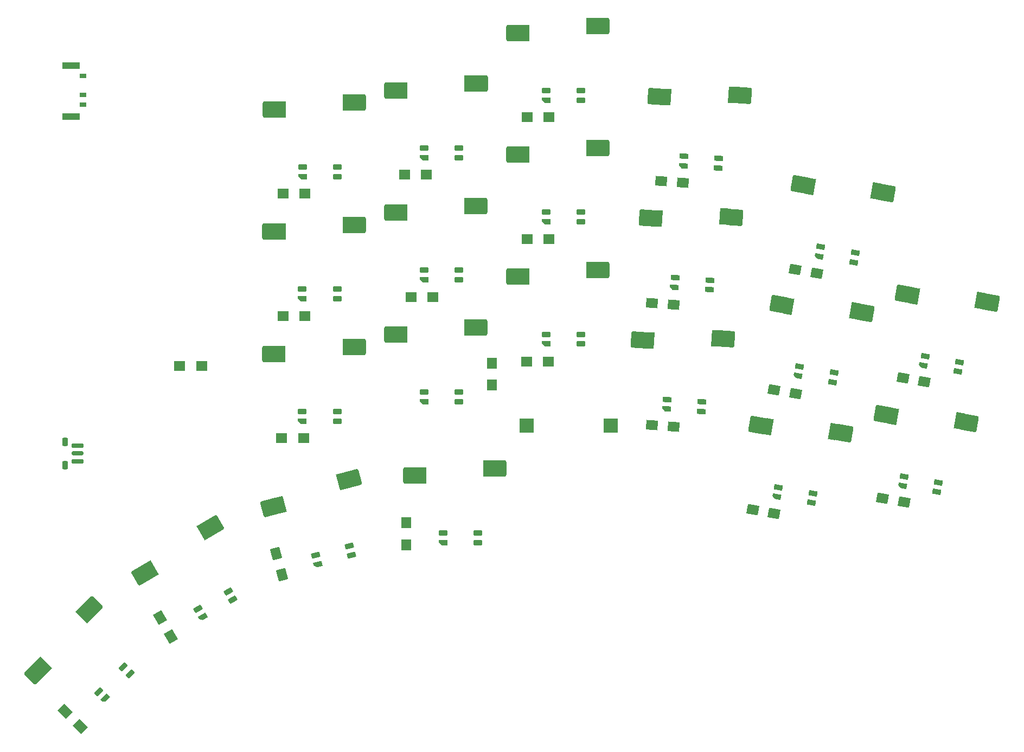
<source format=gtp>
G04 #@! TF.GenerationSoftware,KiCad,Pcbnew,8.0.4-8.0.4-0~ubuntu22.04.1*
G04 #@! TF.CreationDate,2024-08-27T17:00:24+02:00*
G04 #@! TF.ProjectId,klor1_4,6b6c6f72-315f-4342-9e6b-696361645f70,v1.4.0 LP KS33*
G04 #@! TF.SameCoordinates,Original*
G04 #@! TF.FileFunction,Paste,Top*
G04 #@! TF.FilePolarity,Positive*
%FSLAX46Y46*%
G04 Gerber Fmt 4.6, Leading zero omitted, Abs format (unit mm)*
G04 Created by KiCad (PCBNEW 8.0.4-8.0.4-0~ubuntu22.04.1) date 2024-08-27 17:00:24*
%MOMM*%
%LPD*%
G01*
G04 APERTURE LIST*
G04 Aperture macros list*
%AMRoundRect*
0 Rectangle with rounded corners*
0 $1 Rounding radius*
0 $2 $3 $4 $5 $6 $7 $8 $9 X,Y pos of 4 corners*
0 Add a 4 corners polygon primitive as box body*
4,1,4,$2,$3,$4,$5,$6,$7,$8,$9,$2,$3,0*
0 Add four circle primitives for the rounded corners*
1,1,$1+$1,$2,$3*
1,1,$1+$1,$4,$5*
1,1,$1+$1,$6,$7*
1,1,$1+$1,$8,$9*
0 Add four rect primitives between the rounded corners*
20,1,$1+$1,$2,$3,$4,$5,0*
20,1,$1+$1,$4,$5,$6,$7,0*
20,1,$1+$1,$6,$7,$8,$9,0*
20,1,$1+$1,$8,$9,$2,$3,0*%
%AMRotRect*
0 Rectangle, with rotation*
0 The origin of the aperture is its center*
0 $1 length*
0 $2 width*
0 $3 Rotation angle, in degrees counterclockwise*
0 Add horizontal line*
21,1,$1,$2,0,0,$3*%
%AMFreePoly0*
4,1,18,-0.410000,0.265000,0.000001,0.675000,0.327999,0.675000,0.359380,0.668758,0.385983,0.650983,0.403758,0.624380,0.410000,0.593000,0.410000,-0.593000,0.403758,-0.624380,0.385983,-0.650983,0.359380,-0.668758,0.328000,-0.675000,-0.327999,-0.675000,-0.359380,-0.668758,-0.385983,-0.650983,-0.403758,-0.624380,-0.410000,-0.593000,-0.410000,0.265000,-0.410000,0.265000,$1*%
G04 Aperture macros list end*
%ADD10RoundRect,0.082000X0.527034X-0.425990X0.640948X0.220044X-0.527034X0.425990X-0.640948X-0.220044X0*%
%ADD11FreePoly0,80.000000*%
%ADD12RotRect,1.200000X2.550000X350.000000*%
%ADD13RoundRect,0.255000X1.230865X0.818700X-0.876623X1.190307X-1.230865X-0.818700X0.876623X-1.190307X0*%
%ADD14RotRect,1.200000X2.550000X170.000000*%
%ADD15RoundRect,0.082000X0.593000X-0.328000X0.593000X0.328000X-0.593000X0.328000X-0.593000X-0.328000X0*%
%ADD16FreePoly0,90.000000*%
%ADD17R,1.200000X2.550000*%
%ADD18RoundRect,0.255000X1.070000X1.020000X-1.070000X1.020000X-1.070000X-1.020000X1.070000X-1.020000X0*%
%ADD19RoundRect,0.082000X0.568675X-0.368567X0.614436X0.285835X-0.568675X0.368567X-0.614436X-0.285835X0*%
%ADD20FreePoly0,86.000000*%
%ADD21RotRect,1.200000X2.550000X356.000000*%
%ADD22RoundRect,0.255000X1.138545X0.942876X-0.996242X1.092155X-1.138545X-0.942876X0.996242X-1.092155X0*%
%ADD23RotRect,1.200000X2.550000X176.000000*%
%ADD24RoundRect,0.082000X0.657687X-0.163344X0.487901X0.470303X-0.657687X0.163344X-0.487901X-0.470303X0*%
%ADD25FreePoly0,105.000000*%
%ADD26RotRect,1.200000X2.550000X15.000000*%
%ADD27RoundRect,0.255000X0.769545X1.262181X-1.297536X0.708308X-0.769545X-1.262181X1.297536X-0.708308X0*%
%ADD28RotRect,1.200000X2.550000X195.000000*%
%ADD29RoundRect,0.082000X0.677553X0.012444X0.349553X0.580556X-0.677553X-0.012444X-0.349553X-0.580556X0*%
%ADD30FreePoly0,120.000000*%
%ADD31RotRect,1.200000X2.550000X30.000000*%
%ADD32RoundRect,0.255000X0.416647X1.418346X-1.436647X0.348346X-0.416647X-1.418346X1.436647X-0.348346X0*%
%ADD33RotRect,1.200000X2.550000X210.000000*%
%ADD34RotRect,1.800000X1.500000X350.000000*%
%ADD35R,1.800000X1.500000*%
%ADD36RotRect,1.800000X1.500000X356.000000*%
%ADD37RotRect,1.800000X1.500000X105.000000*%
%ADD38R,2.200000X2.200000*%
%ADD39RotRect,1.800000X1.500000X120.000000*%
%ADD40RoundRect,0.187500X-0.712500X0.187500X-0.712500X-0.187500X0.712500X-0.187500X0.712500X0.187500X0*%
%ADD41RoundRect,0.150000X-0.750000X0.150000X-0.750000X-0.150000X0.750000X-0.150000X0.750000X0.150000X0*%
%ADD42RoundRect,0.225000X-0.225000X0.425000X-0.225000X-0.425000X0.225000X-0.425000X0.225000X0.425000X0*%
%ADD43RotRect,1.800000X1.500000X135.000000*%
%ADD44R,1.500000X1.800000*%
%ADD45R,1.000000X0.700000*%
%ADD46R,2.800000X1.000000*%
%ADD47RoundRect,0.082000X0.651245X0.187383X0.187383X0.651245X-0.651245X-0.187383X-0.187383X-0.651245X0*%
%ADD48FreePoly0,135.000000*%
%ADD49RotRect,1.200000X2.550000X45.000000*%
%ADD50RoundRect,0.255000X0.035355X1.477853X-1.477853X-0.035355X-0.035355X-1.477853X1.477853X0.035355X0*%
%ADD51RotRect,1.200000X2.550000X225.000000*%
G04 APERTURE END LIST*
D10*
X204369355Y-90794070D03*
D11*
X199002153Y-89847687D03*
D10*
X199262625Y-88370475D03*
X204629827Y-89316858D03*
D12*
X207795505Y-79667127D03*
D13*
X209464754Y-79961461D03*
X195997367Y-78652995D03*
D14*
X197666616Y-78947329D03*
D10*
X217349355Y-126674070D03*
D11*
X211982153Y-125727687D03*
D10*
X212242625Y-124250475D03*
X217609827Y-125196858D03*
D12*
X220775505Y-115547127D03*
D13*
X222444754Y-115841461D03*
X208977367Y-114532995D03*
D14*
X210646616Y-114827329D03*
D15*
X142764473Y-112550701D03*
D16*
X137314473Y-112550701D03*
D15*
X137314473Y-111050701D03*
X142764473Y-111050701D03*
D17*
X144206399Y-100997857D03*
D18*
X145901399Y-100997857D03*
X132411399Y-102047857D03*
D17*
X134106399Y-102047857D03*
D15*
X142778074Y-93532844D03*
D16*
X137328074Y-93532844D03*
D15*
X137328074Y-92032844D03*
X142778074Y-92032844D03*
D17*
X144220000Y-81980000D03*
D18*
X145915000Y-81980000D03*
X132425000Y-83030000D03*
D17*
X134120000Y-83030000D03*
D15*
X123748074Y-115602844D03*
D16*
X118298074Y-115602844D03*
D15*
X118298074Y-114102844D03*
X123748074Y-114102844D03*
D17*
X125190000Y-104050000D03*
D18*
X126885000Y-104050000D03*
X113395000Y-105100000D03*
D17*
X115090000Y-105100000D03*
D15*
X123765105Y-96487584D03*
D16*
X118315105Y-96487584D03*
D15*
X118315105Y-94987584D03*
X123765105Y-94987584D03*
D17*
X125207031Y-84934740D03*
D18*
X126902031Y-84934740D03*
X113412031Y-85984740D03*
D17*
X115107031Y-85984740D03*
D10*
X201046420Y-109491624D03*
D11*
X195679218Y-108545241D03*
D10*
X195939690Y-107068029D03*
X201306892Y-108014412D03*
D12*
X204472570Y-98364681D03*
D13*
X206141819Y-98659015D03*
X192674432Y-97350549D03*
D14*
X194343681Y-97644883D03*
D19*
X181836704Y-95067265D03*
D20*
X176399979Y-94687093D03*
D19*
X176504614Y-93190747D03*
X181941338Y-93570919D03*
D21*
X184081003Y-83643147D03*
D22*
X185771874Y-83761385D03*
X172241490Y-83867812D03*
D23*
X173932362Y-83986049D03*
D10*
X197759355Y-128354070D03*
D11*
X192392153Y-127407687D03*
D10*
X192652625Y-125930475D03*
X198019827Y-126876858D03*
D12*
X201185505Y-117227127D03*
D13*
X202854754Y-117521461D03*
X189387367Y-116212995D03*
D14*
X191056616Y-116507329D03*
D19*
X183196704Y-76087265D03*
D20*
X177759979Y-75707093D03*
D19*
X177864614Y-74210747D03*
X183301338Y-74590919D03*
D21*
X185441003Y-64663147D03*
D22*
X187131874Y-64781385D03*
X173601490Y-64887812D03*
D23*
X175292362Y-65006049D03*
D15*
X161814473Y-103550701D03*
D16*
X156364473Y-103550701D03*
D15*
X156364473Y-102050701D03*
X161814473Y-102050701D03*
D17*
X163256399Y-91997857D03*
D18*
X164951399Y-91997857D03*
X151461399Y-93047857D03*
D17*
X153156399Y-93047857D03*
D19*
X180576704Y-114097265D03*
D20*
X175139979Y-113717093D03*
D19*
X175244614Y-112220747D03*
X180681338Y-112600919D03*
D21*
X182821003Y-102673147D03*
D22*
X184511874Y-102791385D03*
X170981490Y-102897812D03*
D23*
X172672362Y-103016049D03*
D15*
X142788074Y-74452844D03*
D16*
X137338074Y-74452844D03*
D15*
X137338074Y-72952844D03*
X142788074Y-72952844D03*
D17*
X144230000Y-62900000D03*
D18*
X145925000Y-62900000D03*
X132435000Y-63950000D03*
D17*
X134130000Y-63950000D03*
D15*
X145728074Y-134572844D03*
D16*
X140278074Y-134572844D03*
D15*
X140278074Y-133072844D03*
X145728074Y-133072844D03*
D17*
X147170000Y-123020000D03*
D18*
X148865000Y-123020000D03*
X135375000Y-124070000D03*
D17*
X137070000Y-124070000D03*
D15*
X161828074Y-65472844D03*
D16*
X156378074Y-65472844D03*
D15*
X156378074Y-63972844D03*
X161828074Y-63972844D03*
D17*
X163270000Y-53920000D03*
D18*
X164965000Y-53920000D03*
X151475000Y-54970000D03*
D17*
X153170000Y-54970000D03*
D15*
X123788074Y-77432844D03*
D16*
X118338074Y-77432844D03*
D15*
X118338074Y-75932844D03*
X123788074Y-75932844D03*
D17*
X125230000Y-65880000D03*
D18*
X126925000Y-65880000D03*
X113435000Y-66930000D03*
D17*
X115130000Y-66930000D03*
D24*
X126027856Y-136545510D03*
D25*
X120763560Y-137956074D03*
D24*
X120375331Y-136507185D03*
X125639627Y-135096621D03*
D26*
X124430553Y-125013122D03*
D27*
X126067797Y-124574423D03*
X113309218Y-129080114D03*
D28*
X114946462Y-128641416D03*
D29*
X107485199Y-143502137D03*
D30*
X102765360Y-146227137D03*
D29*
X102015360Y-144928099D03*
X106735199Y-142203099D03*
D31*
X102957521Y-132776118D03*
D32*
X104425434Y-131928618D03*
X93267752Y-139582945D03*
D33*
X94735665Y-138735445D03*
D34*
X191951654Y-110709596D03*
X195300000Y-111300000D03*
D35*
X135297000Y-96197000D03*
X138697000Y-96197000D03*
D36*
X172900000Y-116200000D03*
X176291718Y-116437172D03*
D37*
X115126992Y-139581074D03*
X114247008Y-136296926D03*
D38*
X153295000Y-116290000D03*
X166495000Y-116290000D03*
D35*
X153300000Y-106300000D03*
X156700000Y-106300000D03*
X115300000Y-99200000D03*
X118700000Y-99200000D03*
D34*
X195251654Y-91909596D03*
X198600000Y-92500000D03*
D39*
X97818000Y-149232486D03*
X96118000Y-146288000D03*
D40*
X83209995Y-119435008D03*
X83209995Y-121885008D03*
D41*
X83209995Y-120660008D03*
D42*
X81259995Y-118810008D03*
X81259995Y-122510008D03*
D34*
X212080827Y-108874798D03*
X215429173Y-109465202D03*
D35*
X134300000Y-77100000D03*
X137700000Y-77100000D03*
X153400000Y-68100000D03*
X156800000Y-68100000D03*
X153379000Y-87185000D03*
X156779000Y-87185000D03*
D34*
X188625827Y-129404798D03*
X191974173Y-129995202D03*
D35*
X99180000Y-106960000D03*
X102580000Y-106960000D03*
D36*
X172908282Y-97162828D03*
X176300000Y-97400000D03*
X174300000Y-78100000D03*
X177691718Y-78337172D03*
D43*
X83679164Y-163304164D03*
X81275000Y-160900000D03*
D44*
X147895000Y-109980000D03*
X147895000Y-106580000D03*
D35*
X115300000Y-80100000D03*
X118700000Y-80100000D03*
D45*
X84101228Y-61676228D03*
X84101228Y-64676228D03*
X84101228Y-66176228D03*
D46*
X82201228Y-68026228D03*
X82201228Y-60076228D03*
D35*
X115100000Y-118290000D03*
X118500000Y-118290000D03*
D34*
X208900827Y-127684798D03*
X212249173Y-128275202D03*
D44*
X134545000Y-134900000D03*
X134545000Y-131500000D03*
D47*
X91409592Y-155071868D03*
D48*
X87555860Y-158925600D03*
D47*
X86495200Y-157864940D03*
X90348932Y-154011208D03*
D49*
X84260094Y-145883178D03*
D50*
X85458640Y-144684632D03*
X76662231Y-154965965D03*
D51*
X77860777Y-153767419D03*
D10*
X220629355Y-107874070D03*
D11*
X215262153Y-106927687D03*
D10*
X215522625Y-105450475D03*
X220889827Y-106396858D03*
D12*
X224055505Y-96747127D03*
D13*
X225724754Y-97041461D03*
X212257367Y-95732995D03*
D14*
X213926616Y-96027329D03*
D15*
X161814473Y-84478104D03*
D16*
X156364473Y-84478104D03*
D15*
X156364473Y-82978104D03*
X161814473Y-82978104D03*
D17*
X163256399Y-72925260D03*
D18*
X164951399Y-72925260D03*
X151461399Y-73975260D03*
D17*
X153156399Y-73975260D03*
M02*

</source>
